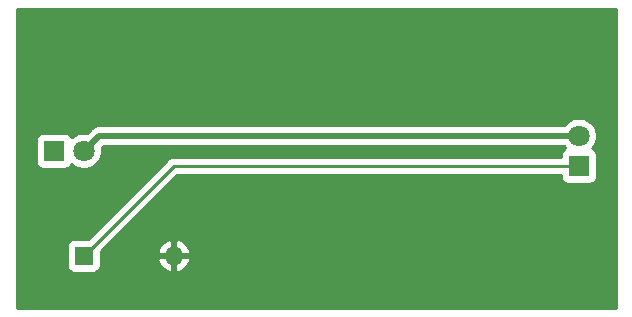
<source format=gbr>
%TF.GenerationSoftware,KiCad,Pcbnew,(5.1.7)-1*%
%TF.CreationDate,2020-12-06T23:47:07-03:00*%
%TF.ProjectId,Emisor,456d6973-6f72-42e6-9b69-6361645f7063,rev?*%
%TF.SameCoordinates,Original*%
%TF.FileFunction,Copper,L2,Bot*%
%TF.FilePolarity,Positive*%
%FSLAX46Y46*%
G04 Gerber Fmt 4.6, Leading zero omitted, Abs format (unit mm)*
G04 Created by KiCad (PCBNEW (5.1.7)-1) date 2020-12-06 23:47:07*
%MOMM*%
%LPD*%
G01*
G04 APERTURE LIST*
%TA.AperFunction,ComponentPad*%
%ADD10C,1.800000*%
%TD*%
%TA.AperFunction,ComponentPad*%
%ADD11R,1.800000X1.800000*%
%TD*%
%TA.AperFunction,ComponentPad*%
%ADD12O,1.600000X1.600000*%
%TD*%
%TA.AperFunction,ComponentPad*%
%ADD13R,1.600000X1.600000*%
%TD*%
%TA.AperFunction,Conductor*%
%ADD14C,0.500000*%
%TD*%
%TA.AperFunction,Conductor*%
%ADD15C,0.250000*%
%TD*%
%TA.AperFunction,Conductor*%
%ADD16C,0.254000*%
%TD*%
%TA.AperFunction,Conductor*%
%ADD17C,0.100000*%
%TD*%
G04 APERTURE END LIST*
D10*
%TO.P,D2,2*%
%TO.N,Net-(BT1-Pad1)*%
X118110000Y-69850000D03*
D11*
%TO.P,D2,1*%
%TO.N,Net-(D1-Pad1)*%
X118110000Y-72390000D03*
%TD*%
D10*
%TO.P,D1,2*%
%TO.N,Net-(BT1-Pad1)*%
X76200000Y-71120000D03*
D11*
%TO.P,D1,1*%
%TO.N,Net-(D1-Pad1)*%
X73660000Y-71120000D03*
%TD*%
D12*
%TO.P,SW1,2*%
%TO.N,Net-(BT1-Pad2)*%
X83820000Y-80010000D03*
D13*
%TO.P,SW1,1*%
%TO.N,Net-(D1-Pad1)*%
X76200000Y-80010000D03*
%TD*%
D14*
%TO.N,Net-(BT1-Pad1)*%
X77470000Y-69850000D02*
X118110000Y-69850000D01*
X76200000Y-71120000D02*
X77470000Y-69850000D01*
D15*
%TO.N,Net-(D1-Pad1)*%
X83820000Y-72390000D02*
X76200000Y-80010000D01*
X118110000Y-72390000D02*
X83820000Y-72390000D01*
%TD*%
D16*
%TO.N,Net-(BT1-Pad2)*%
X121260001Y-84430000D02*
X70510000Y-84430000D01*
X70510000Y-70220000D01*
X72121928Y-70220000D01*
X72121928Y-72020000D01*
X72134188Y-72144482D01*
X72170498Y-72264180D01*
X72229463Y-72374494D01*
X72308815Y-72471185D01*
X72405506Y-72550537D01*
X72515820Y-72609502D01*
X72635518Y-72645812D01*
X72760000Y-72658072D01*
X74560000Y-72658072D01*
X74684482Y-72645812D01*
X74804180Y-72609502D01*
X74914494Y-72550537D01*
X75011185Y-72471185D01*
X75090537Y-72374494D01*
X75149502Y-72264180D01*
X75155056Y-72245873D01*
X75221495Y-72312312D01*
X75472905Y-72480299D01*
X75752257Y-72596011D01*
X76048816Y-72655000D01*
X76351184Y-72655000D01*
X76647743Y-72596011D01*
X76927095Y-72480299D01*
X77178505Y-72312312D01*
X77392312Y-72098505D01*
X77560299Y-71847095D01*
X77676011Y-71567743D01*
X77735000Y-71271184D01*
X77735000Y-70968816D01*
X77713060Y-70858518D01*
X77836579Y-70735000D01*
X116855210Y-70735000D01*
X116917688Y-70828505D01*
X116984127Y-70894944D01*
X116965820Y-70900498D01*
X116855506Y-70959463D01*
X116758815Y-71038815D01*
X116679463Y-71135506D01*
X116620498Y-71245820D01*
X116584188Y-71365518D01*
X116571928Y-71490000D01*
X116571928Y-71630000D01*
X83857322Y-71630000D01*
X83819999Y-71626324D01*
X83782676Y-71630000D01*
X83782667Y-71630000D01*
X83671014Y-71640997D01*
X83527753Y-71684454D01*
X83395724Y-71755026D01*
X83279999Y-71849999D01*
X83256201Y-71878997D01*
X76563271Y-78571928D01*
X75400000Y-78571928D01*
X75275518Y-78584188D01*
X75155820Y-78620498D01*
X75045506Y-78679463D01*
X74948815Y-78758815D01*
X74869463Y-78855506D01*
X74810498Y-78965820D01*
X74774188Y-79085518D01*
X74761928Y-79210000D01*
X74761928Y-80810000D01*
X74774188Y-80934482D01*
X74810498Y-81054180D01*
X74869463Y-81164494D01*
X74948815Y-81261185D01*
X75045506Y-81340537D01*
X75155820Y-81399502D01*
X75275518Y-81435812D01*
X75400000Y-81448072D01*
X77000000Y-81448072D01*
X77124482Y-81435812D01*
X77244180Y-81399502D01*
X77354494Y-81340537D01*
X77451185Y-81261185D01*
X77530537Y-81164494D01*
X77589502Y-81054180D01*
X77625812Y-80934482D01*
X77638072Y-80810000D01*
X77638072Y-80359039D01*
X82428096Y-80359039D01*
X82468754Y-80493087D01*
X82588963Y-80747420D01*
X82756481Y-80973414D01*
X82964869Y-81162385D01*
X83206119Y-81307070D01*
X83470960Y-81401909D01*
X83693000Y-81280624D01*
X83693000Y-80137000D01*
X83947000Y-80137000D01*
X83947000Y-81280624D01*
X84169040Y-81401909D01*
X84433881Y-81307070D01*
X84675131Y-81162385D01*
X84883519Y-80973414D01*
X85051037Y-80747420D01*
X85171246Y-80493087D01*
X85211904Y-80359039D01*
X85089915Y-80137000D01*
X83947000Y-80137000D01*
X83693000Y-80137000D01*
X82550085Y-80137000D01*
X82428096Y-80359039D01*
X77638072Y-80359039D01*
X77638072Y-79660961D01*
X82428096Y-79660961D01*
X82550085Y-79883000D01*
X83693000Y-79883000D01*
X83693000Y-78739376D01*
X83947000Y-78739376D01*
X83947000Y-79883000D01*
X85089915Y-79883000D01*
X85211904Y-79660961D01*
X85171246Y-79526913D01*
X85051037Y-79272580D01*
X84883519Y-79046586D01*
X84675131Y-78857615D01*
X84433881Y-78712930D01*
X84169040Y-78618091D01*
X83947000Y-78739376D01*
X83693000Y-78739376D01*
X83470960Y-78618091D01*
X83206119Y-78712930D01*
X82964869Y-78857615D01*
X82756481Y-79046586D01*
X82588963Y-79272580D01*
X82468754Y-79526913D01*
X82428096Y-79660961D01*
X77638072Y-79660961D01*
X77638072Y-79646729D01*
X84134802Y-73150000D01*
X116571928Y-73150000D01*
X116571928Y-73290000D01*
X116584188Y-73414482D01*
X116620498Y-73534180D01*
X116679463Y-73644494D01*
X116758815Y-73741185D01*
X116855506Y-73820537D01*
X116965820Y-73879502D01*
X117085518Y-73915812D01*
X117210000Y-73928072D01*
X119010000Y-73928072D01*
X119134482Y-73915812D01*
X119254180Y-73879502D01*
X119364494Y-73820537D01*
X119461185Y-73741185D01*
X119540537Y-73644494D01*
X119599502Y-73534180D01*
X119635812Y-73414482D01*
X119648072Y-73290000D01*
X119648072Y-71490000D01*
X119635812Y-71365518D01*
X119599502Y-71245820D01*
X119540537Y-71135506D01*
X119461185Y-71038815D01*
X119364494Y-70959463D01*
X119254180Y-70900498D01*
X119235873Y-70894944D01*
X119302312Y-70828505D01*
X119470299Y-70577095D01*
X119586011Y-70297743D01*
X119645000Y-70001184D01*
X119645000Y-69698816D01*
X119586011Y-69402257D01*
X119470299Y-69122905D01*
X119302312Y-68871495D01*
X119088505Y-68657688D01*
X118837095Y-68489701D01*
X118557743Y-68373989D01*
X118261184Y-68315000D01*
X117958816Y-68315000D01*
X117662257Y-68373989D01*
X117382905Y-68489701D01*
X117131495Y-68657688D01*
X116917688Y-68871495D01*
X116855210Y-68965000D01*
X77513465Y-68965000D01*
X77469999Y-68960719D01*
X77426533Y-68965000D01*
X77426523Y-68965000D01*
X77296510Y-68977805D01*
X77129687Y-69028411D01*
X76975941Y-69110589D01*
X76975939Y-69110590D01*
X76975940Y-69110590D01*
X76874953Y-69193468D01*
X76874951Y-69193470D01*
X76841183Y-69221183D01*
X76813470Y-69254951D01*
X76461482Y-69606940D01*
X76351184Y-69585000D01*
X76048816Y-69585000D01*
X75752257Y-69643989D01*
X75472905Y-69759701D01*
X75221495Y-69927688D01*
X75155056Y-69994127D01*
X75149502Y-69975820D01*
X75090537Y-69865506D01*
X75011185Y-69768815D01*
X74914494Y-69689463D01*
X74804180Y-69630498D01*
X74684482Y-69594188D01*
X74560000Y-69581928D01*
X72760000Y-69581928D01*
X72635518Y-69594188D01*
X72515820Y-69630498D01*
X72405506Y-69689463D01*
X72308815Y-69768815D01*
X72229463Y-69865506D01*
X72170498Y-69975820D01*
X72134188Y-70095518D01*
X72121928Y-70220000D01*
X70510000Y-70220000D01*
X70510000Y-59080000D01*
X121260000Y-59080000D01*
X121260001Y-84430000D01*
%TA.AperFunction,Conductor*%
D17*
G36*
X121260001Y-84430000D02*
G01*
X70510000Y-84430000D01*
X70510000Y-70220000D01*
X72121928Y-70220000D01*
X72121928Y-72020000D01*
X72134188Y-72144482D01*
X72170498Y-72264180D01*
X72229463Y-72374494D01*
X72308815Y-72471185D01*
X72405506Y-72550537D01*
X72515820Y-72609502D01*
X72635518Y-72645812D01*
X72760000Y-72658072D01*
X74560000Y-72658072D01*
X74684482Y-72645812D01*
X74804180Y-72609502D01*
X74914494Y-72550537D01*
X75011185Y-72471185D01*
X75090537Y-72374494D01*
X75149502Y-72264180D01*
X75155056Y-72245873D01*
X75221495Y-72312312D01*
X75472905Y-72480299D01*
X75752257Y-72596011D01*
X76048816Y-72655000D01*
X76351184Y-72655000D01*
X76647743Y-72596011D01*
X76927095Y-72480299D01*
X77178505Y-72312312D01*
X77392312Y-72098505D01*
X77560299Y-71847095D01*
X77676011Y-71567743D01*
X77735000Y-71271184D01*
X77735000Y-70968816D01*
X77713060Y-70858518D01*
X77836579Y-70735000D01*
X116855210Y-70735000D01*
X116917688Y-70828505D01*
X116984127Y-70894944D01*
X116965820Y-70900498D01*
X116855506Y-70959463D01*
X116758815Y-71038815D01*
X116679463Y-71135506D01*
X116620498Y-71245820D01*
X116584188Y-71365518D01*
X116571928Y-71490000D01*
X116571928Y-71630000D01*
X83857322Y-71630000D01*
X83819999Y-71626324D01*
X83782676Y-71630000D01*
X83782667Y-71630000D01*
X83671014Y-71640997D01*
X83527753Y-71684454D01*
X83395724Y-71755026D01*
X83279999Y-71849999D01*
X83256201Y-71878997D01*
X76563271Y-78571928D01*
X75400000Y-78571928D01*
X75275518Y-78584188D01*
X75155820Y-78620498D01*
X75045506Y-78679463D01*
X74948815Y-78758815D01*
X74869463Y-78855506D01*
X74810498Y-78965820D01*
X74774188Y-79085518D01*
X74761928Y-79210000D01*
X74761928Y-80810000D01*
X74774188Y-80934482D01*
X74810498Y-81054180D01*
X74869463Y-81164494D01*
X74948815Y-81261185D01*
X75045506Y-81340537D01*
X75155820Y-81399502D01*
X75275518Y-81435812D01*
X75400000Y-81448072D01*
X77000000Y-81448072D01*
X77124482Y-81435812D01*
X77244180Y-81399502D01*
X77354494Y-81340537D01*
X77451185Y-81261185D01*
X77530537Y-81164494D01*
X77589502Y-81054180D01*
X77625812Y-80934482D01*
X77638072Y-80810000D01*
X77638072Y-80359039D01*
X82428096Y-80359039D01*
X82468754Y-80493087D01*
X82588963Y-80747420D01*
X82756481Y-80973414D01*
X82964869Y-81162385D01*
X83206119Y-81307070D01*
X83470960Y-81401909D01*
X83693000Y-81280624D01*
X83693000Y-80137000D01*
X83947000Y-80137000D01*
X83947000Y-81280624D01*
X84169040Y-81401909D01*
X84433881Y-81307070D01*
X84675131Y-81162385D01*
X84883519Y-80973414D01*
X85051037Y-80747420D01*
X85171246Y-80493087D01*
X85211904Y-80359039D01*
X85089915Y-80137000D01*
X83947000Y-80137000D01*
X83693000Y-80137000D01*
X82550085Y-80137000D01*
X82428096Y-80359039D01*
X77638072Y-80359039D01*
X77638072Y-79660961D01*
X82428096Y-79660961D01*
X82550085Y-79883000D01*
X83693000Y-79883000D01*
X83693000Y-78739376D01*
X83947000Y-78739376D01*
X83947000Y-79883000D01*
X85089915Y-79883000D01*
X85211904Y-79660961D01*
X85171246Y-79526913D01*
X85051037Y-79272580D01*
X84883519Y-79046586D01*
X84675131Y-78857615D01*
X84433881Y-78712930D01*
X84169040Y-78618091D01*
X83947000Y-78739376D01*
X83693000Y-78739376D01*
X83470960Y-78618091D01*
X83206119Y-78712930D01*
X82964869Y-78857615D01*
X82756481Y-79046586D01*
X82588963Y-79272580D01*
X82468754Y-79526913D01*
X82428096Y-79660961D01*
X77638072Y-79660961D01*
X77638072Y-79646729D01*
X84134802Y-73150000D01*
X116571928Y-73150000D01*
X116571928Y-73290000D01*
X116584188Y-73414482D01*
X116620498Y-73534180D01*
X116679463Y-73644494D01*
X116758815Y-73741185D01*
X116855506Y-73820537D01*
X116965820Y-73879502D01*
X117085518Y-73915812D01*
X117210000Y-73928072D01*
X119010000Y-73928072D01*
X119134482Y-73915812D01*
X119254180Y-73879502D01*
X119364494Y-73820537D01*
X119461185Y-73741185D01*
X119540537Y-73644494D01*
X119599502Y-73534180D01*
X119635812Y-73414482D01*
X119648072Y-73290000D01*
X119648072Y-71490000D01*
X119635812Y-71365518D01*
X119599502Y-71245820D01*
X119540537Y-71135506D01*
X119461185Y-71038815D01*
X119364494Y-70959463D01*
X119254180Y-70900498D01*
X119235873Y-70894944D01*
X119302312Y-70828505D01*
X119470299Y-70577095D01*
X119586011Y-70297743D01*
X119645000Y-70001184D01*
X119645000Y-69698816D01*
X119586011Y-69402257D01*
X119470299Y-69122905D01*
X119302312Y-68871495D01*
X119088505Y-68657688D01*
X118837095Y-68489701D01*
X118557743Y-68373989D01*
X118261184Y-68315000D01*
X117958816Y-68315000D01*
X117662257Y-68373989D01*
X117382905Y-68489701D01*
X117131495Y-68657688D01*
X116917688Y-68871495D01*
X116855210Y-68965000D01*
X77513465Y-68965000D01*
X77469999Y-68960719D01*
X77426533Y-68965000D01*
X77426523Y-68965000D01*
X77296510Y-68977805D01*
X77129687Y-69028411D01*
X76975941Y-69110589D01*
X76975939Y-69110590D01*
X76975940Y-69110590D01*
X76874953Y-69193468D01*
X76874951Y-69193470D01*
X76841183Y-69221183D01*
X76813470Y-69254951D01*
X76461482Y-69606940D01*
X76351184Y-69585000D01*
X76048816Y-69585000D01*
X75752257Y-69643989D01*
X75472905Y-69759701D01*
X75221495Y-69927688D01*
X75155056Y-69994127D01*
X75149502Y-69975820D01*
X75090537Y-69865506D01*
X75011185Y-69768815D01*
X74914494Y-69689463D01*
X74804180Y-69630498D01*
X74684482Y-69594188D01*
X74560000Y-69581928D01*
X72760000Y-69581928D01*
X72635518Y-69594188D01*
X72515820Y-69630498D01*
X72405506Y-69689463D01*
X72308815Y-69768815D01*
X72229463Y-69865506D01*
X72170498Y-69975820D01*
X72134188Y-70095518D01*
X72121928Y-70220000D01*
X70510000Y-70220000D01*
X70510000Y-59080000D01*
X121260000Y-59080000D01*
X121260001Y-84430000D01*
G37*
%TD.AperFunction*%
%TD*%
M02*

</source>
